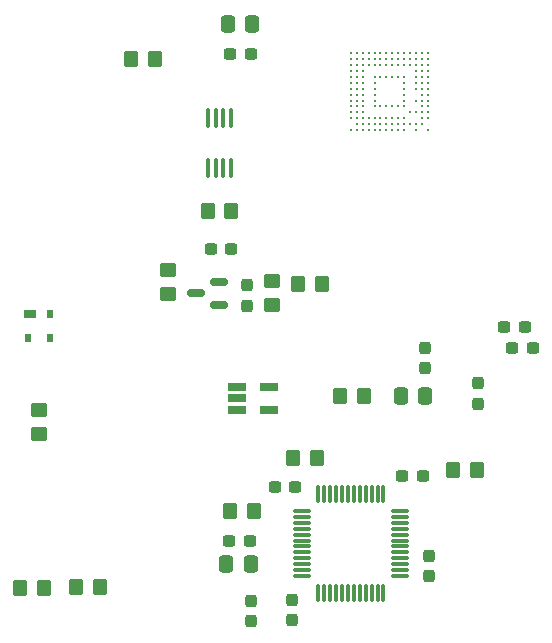
<source format=gbr>
%TF.GenerationSoftware,KiCad,Pcbnew,7.0.5*%
%TF.CreationDate,2023-08-14T22:02:20+09:00*%
%TF.ProjectId,sdcdmuxemmc,73646364-6d75-4786-956d-6d632e6b6963,rev?*%
%TF.SameCoordinates,Original*%
%TF.FileFunction,Paste,Bot*%
%TF.FilePolarity,Positive*%
%FSLAX46Y46*%
G04 Gerber Fmt 4.6, Leading zero omitted, Abs format (unit mm)*
G04 Created by KiCad (PCBNEW 7.0.5) date 2023-08-14 22:02:20*
%MOMM*%
%LPD*%
G01*
G04 APERTURE LIST*
G04 Aperture macros list*
%AMRoundRect*
0 Rectangle with rounded corners*
0 $1 Rounding radius*
0 $2 $3 $4 $5 $6 $7 $8 $9 X,Y pos of 4 corners*
0 Add a 4 corners polygon primitive as box body*
4,1,4,$2,$3,$4,$5,$6,$7,$8,$9,$2,$3,0*
0 Add four circle primitives for the rounded corners*
1,1,$1+$1,$2,$3*
1,1,$1+$1,$4,$5*
1,1,$1+$1,$6,$7*
1,1,$1+$1,$8,$9*
0 Add four rect primitives between the rounded corners*
20,1,$1+$1,$2,$3,$4,$5,0*
20,1,$1+$1,$4,$5,$6,$7,0*
20,1,$1+$1,$6,$7,$8,$9,0*
20,1,$1+$1,$8,$9,$2,$3,0*%
G04 Aperture macros list end*
%ADD10RoundRect,0.250000X0.337500X0.475000X-0.337500X0.475000X-0.337500X-0.475000X0.337500X-0.475000X0*%
%ADD11RoundRect,0.250000X-0.350000X-0.450000X0.350000X-0.450000X0.350000X0.450000X-0.350000X0.450000X0*%
%ADD12RoundRect,0.250000X0.350000X0.450000X-0.350000X0.450000X-0.350000X-0.450000X0.350000X-0.450000X0*%
%ADD13RoundRect,0.237500X0.237500X-0.300000X0.237500X0.300000X-0.237500X0.300000X-0.237500X-0.300000X0*%
%ADD14RoundRect,0.150000X0.587500X0.150000X-0.587500X0.150000X-0.587500X-0.150000X0.587500X-0.150000X0*%
%ADD15RoundRect,0.237500X-0.237500X0.300000X-0.237500X-0.300000X0.237500X-0.300000X0.237500X0.300000X0*%
%ADD16RoundRect,0.237500X-0.300000X-0.237500X0.300000X-0.237500X0.300000X0.237500X-0.300000X0.237500X0*%
%ADD17RoundRect,0.250000X-0.450000X0.350000X-0.450000X-0.350000X0.450000X-0.350000X0.450000X0.350000X0*%
%ADD18R,1.560000X0.650000*%
%ADD19RoundRect,0.237500X0.300000X0.237500X-0.300000X0.237500X-0.300000X-0.237500X0.300000X-0.237500X0*%
%ADD20R,1.000000X0.700000*%
%ADD21R,0.600000X0.700000*%
%ADD22RoundRect,0.075000X-0.075000X0.662500X-0.075000X-0.662500X0.075000X-0.662500X0.075000X0.662500X0*%
%ADD23RoundRect,0.075000X-0.662500X0.075000X-0.662500X-0.075000X0.662500X-0.075000X0.662500X0.075000X0*%
%ADD24C,0.254000*%
%ADD25RoundRect,0.250000X0.450000X-0.350000X0.450000X0.350000X-0.450000X0.350000X-0.450000X-0.350000X0*%
%ADD26RoundRect,0.100000X0.100000X-0.712500X0.100000X0.712500X-0.100000X0.712500X-0.100000X-0.712500X0*%
G04 APERTURE END LIST*
D10*
%TO.C,C401*%
X197287500Y-103250000D03*
X195212500Y-103250000D03*
%TD*%
D11*
%TO.C,R503*%
X180760000Y-112950000D03*
X182760000Y-112950000D03*
%TD*%
D12*
%TO.C,R403*%
X201640000Y-109500000D03*
X199640000Y-109500000D03*
%TD*%
D13*
%TO.C,C506*%
X197610000Y-118462500D03*
X197610000Y-116737500D03*
%TD*%
D14*
%TO.C,Q301*%
X179787500Y-93570000D03*
X179787500Y-95470000D03*
X177912500Y-94520000D03*
%TD*%
D15*
%TO.C,C301*%
X182200000Y-93837500D03*
X182200000Y-95562500D03*
%TD*%
D11*
%TO.C,R402*%
X190090000Y-103210000D03*
X192090000Y-103210000D03*
%TD*%
D16*
%TO.C,C508*%
X184557500Y-110920000D03*
X186282500Y-110920000D03*
%TD*%
D17*
%TO.C,R302*%
X184300000Y-93500000D03*
X184300000Y-95500000D03*
%TD*%
D16*
%TO.C,C507*%
X195337500Y-109980000D03*
X197062500Y-109980000D03*
%TD*%
D12*
%TO.C,R301*%
X188510000Y-93720000D03*
X186510000Y-93720000D03*
%TD*%
%TO.C,R303*%
X180870000Y-87550000D03*
X178870000Y-87550000D03*
%TD*%
D13*
%TO.C,C405*%
X197250000Y-100862500D03*
X197250000Y-99137500D03*
%TD*%
D18*
%TO.C,U503*%
X181350000Y-104360000D03*
X181350000Y-103410000D03*
X181350000Y-102460000D03*
X184050000Y-102460000D03*
X184050000Y-104360000D03*
%TD*%
D19*
%TO.C,C510*%
X182422500Y-115520000D03*
X180697500Y-115520000D03*
%TD*%
D15*
%TO.C,C501*%
X182520000Y-120567500D03*
X182520000Y-122292500D03*
%TD*%
D10*
%TO.C,C306*%
X182637500Y-71700000D03*
X180562500Y-71700000D03*
%TD*%
D19*
%TO.C,C603*%
X206372500Y-99160000D03*
X204647500Y-99160000D03*
%TD*%
%TO.C,C303*%
X180882500Y-90750000D03*
X179157500Y-90750000D03*
%TD*%
D20*
%TO.C,D101*%
X163850000Y-96300000D03*
D21*
X165550000Y-96300000D03*
X165550000Y-98300000D03*
X163650000Y-98300000D03*
%TD*%
D22*
%TO.C,U502*%
X188250000Y-111537500D03*
X188750000Y-111537500D03*
X189250000Y-111537500D03*
X189750000Y-111537500D03*
X190250000Y-111537500D03*
X190750000Y-111537500D03*
X191250000Y-111537500D03*
X191750000Y-111537500D03*
X192250000Y-111537500D03*
X192750000Y-111537500D03*
X193250000Y-111537500D03*
X193750000Y-111537500D03*
D23*
X195162500Y-112950000D03*
X195162500Y-113450000D03*
X195162500Y-113950000D03*
X195162500Y-114450000D03*
X195162500Y-114950000D03*
X195162500Y-115450000D03*
X195162500Y-115950000D03*
X195162500Y-116450000D03*
X195162500Y-116950000D03*
X195162500Y-117450000D03*
X195162500Y-117950000D03*
X195162500Y-118450000D03*
D22*
X193750000Y-119862500D03*
X193250000Y-119862500D03*
X192750000Y-119862500D03*
X192250000Y-119862500D03*
X191750000Y-119862500D03*
X191250000Y-119862500D03*
X190750000Y-119862500D03*
X190250000Y-119862500D03*
X189750000Y-119862500D03*
X189250000Y-119862500D03*
X188750000Y-119862500D03*
X188250000Y-119862500D03*
D23*
X186837500Y-118450000D03*
X186837500Y-117950000D03*
X186837500Y-117450000D03*
X186837500Y-116950000D03*
X186837500Y-116450000D03*
X186837500Y-115950000D03*
X186837500Y-115450000D03*
X186837500Y-114950000D03*
X186837500Y-114450000D03*
X186837500Y-113950000D03*
X186837500Y-113450000D03*
X186837500Y-112950000D03*
%TD*%
D12*
%TO.C,R501*%
X188130000Y-108480000D03*
X186130000Y-108480000D03*
%TD*%
D11*
%TO.C,R202*%
X163000000Y-119500000D03*
X165000000Y-119500000D03*
%TD*%
D15*
%TO.C,C407*%
X201750000Y-102137500D03*
X201750000Y-103862500D03*
%TD*%
D12*
%TO.C,R205*%
X174380000Y-74700000D03*
X172380000Y-74700000D03*
%TD*%
%TO.C,R201*%
X169720000Y-119420000D03*
X167720000Y-119420000D03*
%TD*%
D24*
%TO.C,U604*%
X197500000Y-80700000D03*
X197500000Y-79700000D03*
X197500000Y-79200000D03*
X197500000Y-78700000D03*
X197500000Y-78200000D03*
X197500000Y-77700000D03*
X197500000Y-77200000D03*
X197500000Y-76700000D03*
X197500000Y-76200000D03*
X197500000Y-75700000D03*
X197500000Y-75200000D03*
X197500000Y-74700000D03*
X197500000Y-74200000D03*
X197000000Y-80200000D03*
X197000000Y-79700000D03*
X197000000Y-79200000D03*
X197000000Y-78700000D03*
X197000000Y-78200000D03*
X197000000Y-77700000D03*
X197000000Y-77200000D03*
X197000000Y-76700000D03*
X197000000Y-76200000D03*
X197000000Y-75700000D03*
X197000000Y-75200000D03*
X197000000Y-74700000D03*
X197000000Y-74200000D03*
X196500000Y-80700000D03*
X196500000Y-80200000D03*
X196500000Y-79200000D03*
X196500000Y-78200000D03*
X196500000Y-77200000D03*
X196500000Y-76700000D03*
X196500000Y-76200000D03*
X196500000Y-75700000D03*
X196500000Y-75200000D03*
X196500000Y-74700000D03*
X196500000Y-74200000D03*
X196000000Y-80200000D03*
X196000000Y-79200000D03*
X196000000Y-75200000D03*
X196000000Y-74700000D03*
X196000000Y-74200000D03*
X195500000Y-80700000D03*
X195500000Y-80200000D03*
X195500000Y-79700000D03*
X195500000Y-78700000D03*
X195500000Y-78200000D03*
X195500000Y-77700000D03*
X195500000Y-77200000D03*
X195500000Y-76700000D03*
X195500000Y-76200000D03*
X195500000Y-75200000D03*
X195500000Y-74700000D03*
X195500000Y-74200000D03*
X195000000Y-80700000D03*
X195000000Y-80200000D03*
X195000000Y-79700000D03*
X195000000Y-78700000D03*
X195000000Y-76200000D03*
X195000000Y-75200000D03*
X195000000Y-74700000D03*
X195000000Y-74200000D03*
X194500000Y-80700000D03*
X194500000Y-80200000D03*
X194500000Y-79700000D03*
X194500000Y-78700000D03*
X194500000Y-76200000D03*
X194500000Y-75200000D03*
X194500000Y-74700000D03*
X194500000Y-74200000D03*
X194000000Y-80700000D03*
X194000000Y-80200000D03*
X194000000Y-79700000D03*
X194000000Y-78700000D03*
X194000000Y-76200000D03*
X194000000Y-75200000D03*
X194000000Y-74700000D03*
X194000000Y-74200000D03*
X193500000Y-80700000D03*
X193500000Y-80200000D03*
X193500000Y-79700000D03*
X193500000Y-78700000D03*
X193500000Y-76200000D03*
X193500000Y-75200000D03*
X193500000Y-74700000D03*
X193500000Y-74200000D03*
X193000000Y-80700000D03*
X193000000Y-80200000D03*
X193000000Y-79700000D03*
X193000000Y-78700000D03*
X193000000Y-78200000D03*
X193000000Y-77700000D03*
X193000000Y-77200000D03*
X193000000Y-76700000D03*
X193000000Y-76200000D03*
X193000000Y-75200000D03*
X193000000Y-74700000D03*
X193000000Y-74200000D03*
X192500000Y-80700000D03*
X192500000Y-80200000D03*
X192500000Y-79700000D03*
X192500000Y-75200000D03*
X192500000Y-74700000D03*
X192500000Y-74200000D03*
X192000000Y-80700000D03*
X192000000Y-80200000D03*
X192000000Y-79700000D03*
X192000000Y-79200000D03*
X192000000Y-78700000D03*
X192000000Y-78200000D03*
X192000000Y-77700000D03*
X192000000Y-77200000D03*
X192000000Y-76700000D03*
X192000000Y-76200000D03*
X192000000Y-75700000D03*
X192000000Y-75200000D03*
X192000000Y-74700000D03*
X192000000Y-74200000D03*
X191500000Y-80700000D03*
X191500000Y-80200000D03*
X191500000Y-79700000D03*
X191500000Y-79200000D03*
X191500000Y-78700000D03*
X191500000Y-78200000D03*
X191500000Y-77700000D03*
X191500000Y-77200000D03*
X191500000Y-76700000D03*
X191500000Y-76200000D03*
X191500000Y-75700000D03*
X191500000Y-75200000D03*
X191500000Y-74700000D03*
X191500000Y-74200000D03*
X191000000Y-80700000D03*
X191000000Y-79700000D03*
X191000000Y-79200000D03*
X191000000Y-78700000D03*
X191000000Y-78200000D03*
X191000000Y-77700000D03*
X191000000Y-77200000D03*
X191000000Y-76700000D03*
X191000000Y-76200000D03*
X191000000Y-75700000D03*
X191000000Y-75200000D03*
X191000000Y-74700000D03*
X191000000Y-74200000D03*
%TD*%
D25*
%TO.C,R304*%
X175510000Y-94570000D03*
X175510000Y-92570000D03*
%TD*%
D15*
%TO.C,C503*%
X186020000Y-120487500D03*
X186020000Y-122212500D03*
%TD*%
D10*
%TO.C,C513*%
X182527500Y-117470000D03*
X180452500Y-117470000D03*
%TD*%
D17*
%TO.C,R103*%
X164600000Y-104400000D03*
X164600000Y-106400000D03*
%TD*%
D19*
%TO.C,C602*%
X205713500Y-97409000D03*
X203988500Y-97409000D03*
%TD*%
D26*
%TO.C,Q302*%
X180845000Y-83932500D03*
X180195000Y-83932500D03*
X179545000Y-83932500D03*
X178895000Y-83932500D03*
X178895000Y-79707500D03*
X179545000Y-79707500D03*
X180195000Y-79707500D03*
X180845000Y-79707500D03*
%TD*%
D19*
%TO.C,C305*%
X182502500Y-74230000D03*
X180777500Y-74230000D03*
%TD*%
M02*

</source>
